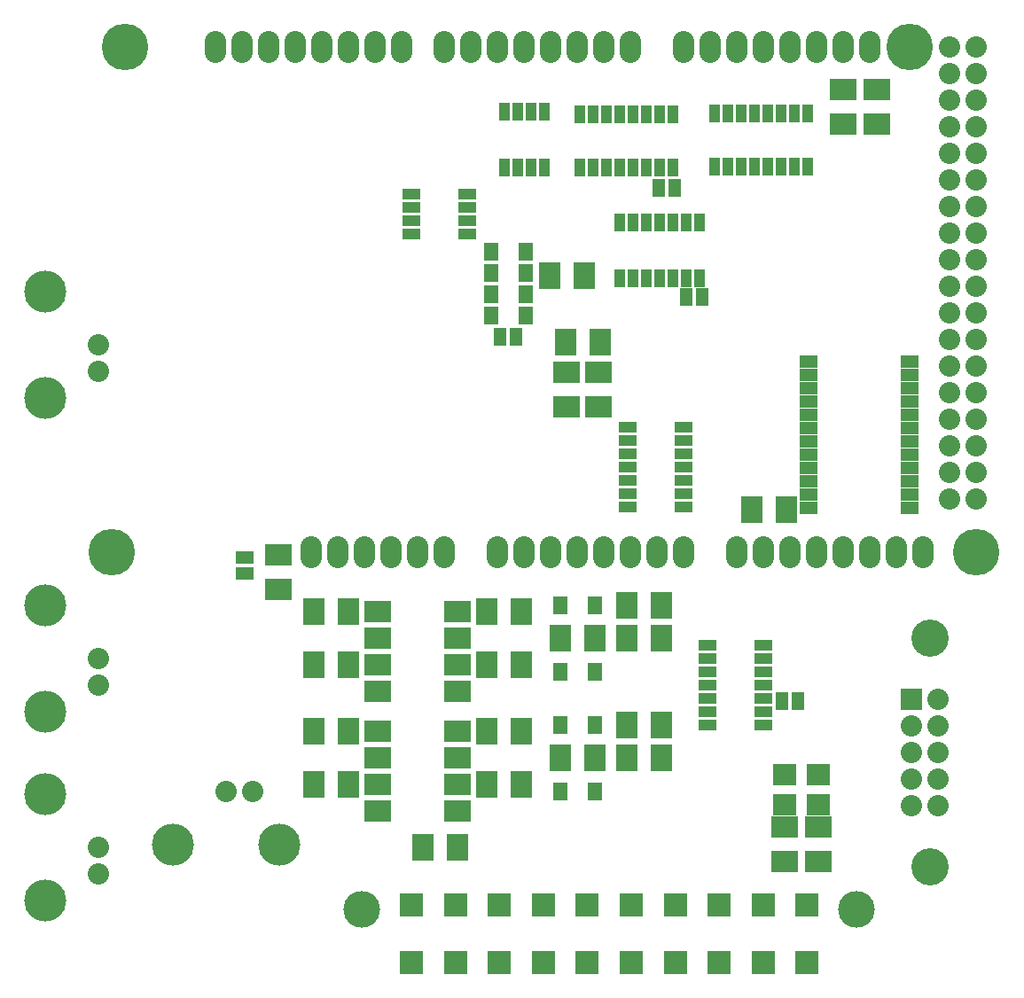
<source format=gts>
G04 (created by PCBNEW-RS274X (2011-11-27 BZR 3249)-stable) date 15/05/2012 4:09:25 PM*
G01*
G70*
G90*
%MOIN*%
G04 Gerber Fmt 3.4, Leading zero omitted, Abs format*
%FSLAX34Y34*%
G04 APERTURE LIST*
%ADD10C,0.006000*%
%ADD11C,0.140000*%
%ADD12R,0.080000X0.080000*%
%ADD13C,0.080000*%
%ADD14C,0.157800*%
%ADD15R,0.045000X0.065000*%
%ADD16R,0.080000X0.100000*%
%ADD17R,0.100000X0.080000*%
%ADD18R,0.065000X0.040000*%
%ADD19R,0.090900X0.082900*%
%ADD20R,0.070000X0.050000*%
%ADD21R,0.040000X0.065000*%
%ADD22R,0.065000X0.045000*%
%ADD23R,0.056000X0.068000*%
%ADD24O,0.080000X0.120000*%
%ADD25C,0.175000*%
%ADD26R,0.090000X0.090000*%
%ADD27C,0.138100*%
G04 APERTURE END LIST*
G54D10*
G54D11*
X45400Y-40100D03*
X45400Y-31500D03*
G54D12*
X44700Y-33800D03*
G54D13*
X45700Y-33800D03*
X44700Y-34800D03*
X45700Y-34800D03*
X44700Y-35800D03*
X45700Y-35800D03*
X44700Y-36800D03*
X45700Y-36800D03*
X44700Y-37800D03*
X45700Y-37800D03*
G54D14*
X12150Y-30250D03*
X12150Y-34250D03*
G54D13*
X14150Y-33250D03*
X14150Y-32250D03*
G54D15*
X36850Y-18650D03*
X36250Y-18650D03*
X35800Y-14550D03*
X35200Y-14550D03*
G54D16*
X35300Y-31500D03*
X34000Y-31500D03*
X28750Y-30500D03*
X30050Y-30500D03*
X22250Y-30500D03*
X23550Y-30500D03*
X28750Y-32500D03*
X30050Y-32500D03*
X22250Y-32500D03*
X23550Y-32500D03*
X28750Y-35000D03*
X30050Y-35000D03*
X22250Y-35000D03*
X23550Y-35000D03*
X28750Y-37000D03*
X30050Y-37000D03*
X35300Y-34750D03*
X34000Y-34750D03*
X27650Y-39350D03*
X26350Y-39350D03*
G54D17*
X39950Y-39900D03*
X39950Y-38600D03*
X32950Y-21500D03*
X32950Y-22800D03*
X42150Y-10850D03*
X42150Y-12150D03*
G54D16*
X34000Y-30250D03*
X35300Y-30250D03*
X35300Y-36000D03*
X34000Y-36000D03*
X32400Y-17850D03*
X31100Y-17850D03*
X22250Y-37000D03*
X23550Y-37000D03*
X31700Y-20350D03*
X33000Y-20350D03*
G54D18*
X25900Y-16300D03*
X28000Y-16300D03*
X25900Y-15800D03*
X25900Y-15300D03*
X25900Y-14800D03*
X28000Y-15800D03*
X28000Y-15300D03*
X28000Y-14800D03*
G54D17*
X31750Y-21500D03*
X31750Y-22800D03*
G54D14*
X12150Y-37350D03*
X12150Y-41350D03*
G54D13*
X14150Y-40350D03*
X14150Y-39350D03*
G54D19*
X39950Y-37759D03*
X39950Y-36641D03*
G54D15*
X39850Y-33850D03*
X40450Y-33850D03*
G54D17*
X43400Y-10850D03*
X43400Y-12150D03*
G54D16*
X38700Y-26650D03*
X40000Y-26650D03*
G54D18*
X34050Y-23550D03*
X34050Y-24050D03*
X34050Y-24550D03*
X34050Y-25050D03*
X34050Y-25550D03*
X34050Y-26050D03*
X34050Y-26550D03*
X36150Y-26550D03*
X36150Y-26050D03*
X36150Y-25550D03*
X36150Y-25050D03*
X36150Y-24550D03*
X36150Y-24050D03*
X36150Y-23550D03*
G54D20*
X44650Y-26600D03*
X44650Y-26100D03*
X44650Y-25600D03*
X44650Y-25100D03*
X44650Y-24600D03*
X44650Y-24100D03*
X44650Y-23600D03*
X44650Y-23100D03*
X44650Y-22600D03*
X44650Y-22100D03*
X44650Y-21600D03*
X44650Y-21100D03*
X40850Y-26600D03*
X40850Y-26100D03*
X40850Y-25600D03*
X40850Y-25100D03*
X40850Y-24600D03*
X40850Y-24100D03*
X40850Y-23600D03*
X40850Y-23100D03*
X40850Y-22600D03*
X40850Y-22100D03*
X40850Y-21600D03*
X40850Y-21100D03*
G54D16*
X32800Y-31500D03*
X31500Y-31500D03*
X32800Y-36000D03*
X31500Y-36000D03*
G54D15*
X29850Y-20150D03*
X29250Y-20150D03*
G54D17*
X24650Y-35000D03*
X24650Y-36000D03*
X24650Y-37000D03*
X24650Y-38000D03*
X27650Y-38000D03*
X27650Y-37000D03*
X27650Y-36000D03*
X27650Y-35000D03*
X24650Y-30500D03*
X24650Y-31500D03*
X24650Y-32500D03*
X24650Y-33500D03*
X27650Y-33500D03*
X27650Y-32500D03*
X27650Y-31500D03*
X27650Y-30500D03*
G54D18*
X37050Y-31750D03*
X37050Y-32250D03*
X37050Y-32750D03*
X37050Y-33250D03*
X37050Y-33750D03*
X37050Y-34250D03*
X37050Y-34750D03*
X39150Y-34750D03*
X39150Y-34250D03*
X39150Y-33750D03*
X39150Y-33250D03*
X39150Y-32750D03*
X39150Y-32250D03*
X39150Y-31750D03*
G54D21*
X36750Y-15850D03*
X36250Y-15850D03*
X35750Y-15850D03*
X35250Y-15850D03*
X34750Y-15850D03*
X34250Y-15850D03*
X33750Y-15850D03*
X33750Y-17950D03*
X34250Y-17950D03*
X34750Y-17950D03*
X35250Y-17950D03*
X35750Y-17950D03*
X36250Y-17950D03*
X36750Y-17950D03*
X40800Y-11750D03*
X40300Y-11750D03*
X39800Y-11750D03*
X39300Y-11750D03*
X38800Y-11750D03*
X38300Y-11750D03*
X37800Y-11750D03*
X37300Y-11750D03*
X37300Y-13750D03*
X37800Y-13750D03*
X38300Y-13750D03*
X38800Y-13750D03*
X39300Y-13750D03*
X39800Y-13750D03*
X40300Y-13750D03*
X40800Y-13750D03*
X35750Y-11800D03*
X35250Y-11800D03*
X34750Y-11800D03*
X34250Y-11800D03*
X33750Y-11800D03*
X33250Y-11800D03*
X32750Y-11800D03*
X32250Y-11800D03*
X32250Y-13800D03*
X32750Y-13800D03*
X33250Y-13800D03*
X33750Y-13800D03*
X34250Y-13800D03*
X34750Y-13800D03*
X35250Y-13800D03*
X35750Y-13800D03*
X30900Y-13800D03*
X30900Y-11700D03*
X30400Y-13800D03*
X29900Y-13800D03*
X29400Y-13800D03*
X30400Y-11700D03*
X29900Y-11700D03*
X29400Y-11700D03*
G54D14*
X12150Y-18450D03*
X12150Y-22450D03*
G54D13*
X14150Y-21450D03*
X14150Y-20450D03*
G54D14*
X16950Y-39250D03*
X20950Y-39250D03*
G54D13*
X19950Y-37250D03*
X18950Y-37250D03*
G54D17*
X20900Y-28350D03*
X20900Y-29650D03*
G54D22*
X19650Y-28450D03*
X19650Y-29050D03*
G54D23*
X32795Y-32750D03*
X31505Y-32750D03*
X31505Y-30250D03*
X32795Y-30250D03*
X32795Y-34750D03*
X31505Y-34750D03*
X31505Y-37250D03*
X32795Y-37250D03*
X28905Y-16950D03*
X30195Y-16950D03*
X30195Y-19350D03*
X28905Y-19350D03*
X30195Y-17750D03*
X28905Y-17750D03*
X28905Y-18550D03*
X30195Y-18550D03*
G54D17*
X41200Y-39900D03*
X41200Y-38600D03*
G54D19*
X41200Y-37759D03*
X41200Y-36641D03*
G54D24*
X36150Y-09250D03*
X37150Y-09250D03*
X38150Y-09250D03*
X39150Y-09250D03*
X40150Y-09250D03*
X41150Y-09250D03*
X42150Y-09250D03*
X43150Y-09250D03*
X45150Y-28250D03*
X44150Y-28250D03*
X43150Y-28250D03*
X42150Y-28250D03*
X38150Y-28250D03*
X36150Y-28250D03*
X35150Y-28250D03*
X39150Y-28250D03*
X40150Y-28250D03*
X41150Y-28250D03*
X34150Y-28250D03*
X33150Y-28250D03*
X32150Y-28250D03*
X29150Y-28250D03*
X30150Y-28250D03*
X31150Y-28250D03*
X27150Y-28250D03*
X26150Y-28250D03*
X25150Y-28250D03*
X23150Y-28250D03*
X22150Y-28250D03*
X34150Y-09250D03*
X33150Y-09250D03*
X32150Y-09250D03*
X31150Y-09250D03*
X30150Y-09250D03*
X29150Y-09250D03*
X28150Y-09250D03*
X27150Y-09250D03*
X25550Y-09250D03*
X24550Y-09250D03*
X23550Y-09250D03*
X22550Y-09250D03*
X21550Y-09250D03*
X20550Y-09250D03*
X19550Y-09250D03*
X18550Y-09250D03*
X24150Y-28250D03*
G54D25*
X47150Y-28250D03*
X44650Y-09250D03*
X15150Y-09250D03*
X14650Y-28250D03*
G54D13*
X46150Y-10250D03*
X47150Y-10250D03*
X46150Y-11250D03*
X47150Y-11250D03*
X46150Y-12250D03*
X47150Y-12250D03*
X46150Y-13250D03*
X47150Y-13250D03*
X46150Y-09250D03*
X47150Y-09250D03*
X47150Y-14250D03*
X46150Y-14250D03*
X46150Y-15250D03*
X47150Y-15250D03*
X46150Y-16250D03*
X47150Y-16250D03*
X46150Y-17250D03*
X47150Y-17250D03*
X46150Y-18250D03*
X47150Y-18250D03*
X46150Y-19250D03*
X47150Y-19250D03*
X46150Y-20250D03*
X47150Y-20250D03*
X46150Y-21250D03*
X47150Y-21250D03*
X46150Y-22250D03*
X47150Y-22250D03*
X46150Y-23250D03*
X47150Y-23250D03*
X46150Y-24250D03*
X47150Y-24250D03*
X46150Y-25250D03*
X47150Y-25250D03*
X46150Y-26250D03*
X47150Y-26250D03*
G54D26*
X40790Y-43682D03*
X39137Y-43682D03*
X37483Y-43682D03*
X35830Y-43682D03*
X34176Y-43682D03*
X32524Y-43682D03*
X30870Y-43682D03*
X29217Y-43682D03*
X27563Y-43682D03*
X25910Y-43682D03*
X40790Y-41518D03*
X39137Y-41518D03*
X37483Y-41518D03*
X35830Y-41518D03*
X34176Y-41518D03*
X32524Y-41518D03*
X30870Y-41518D03*
X29217Y-41518D03*
X27563Y-41518D03*
X25910Y-41518D03*
G54D27*
X42641Y-41694D03*
X24059Y-41694D03*
M02*

</source>
